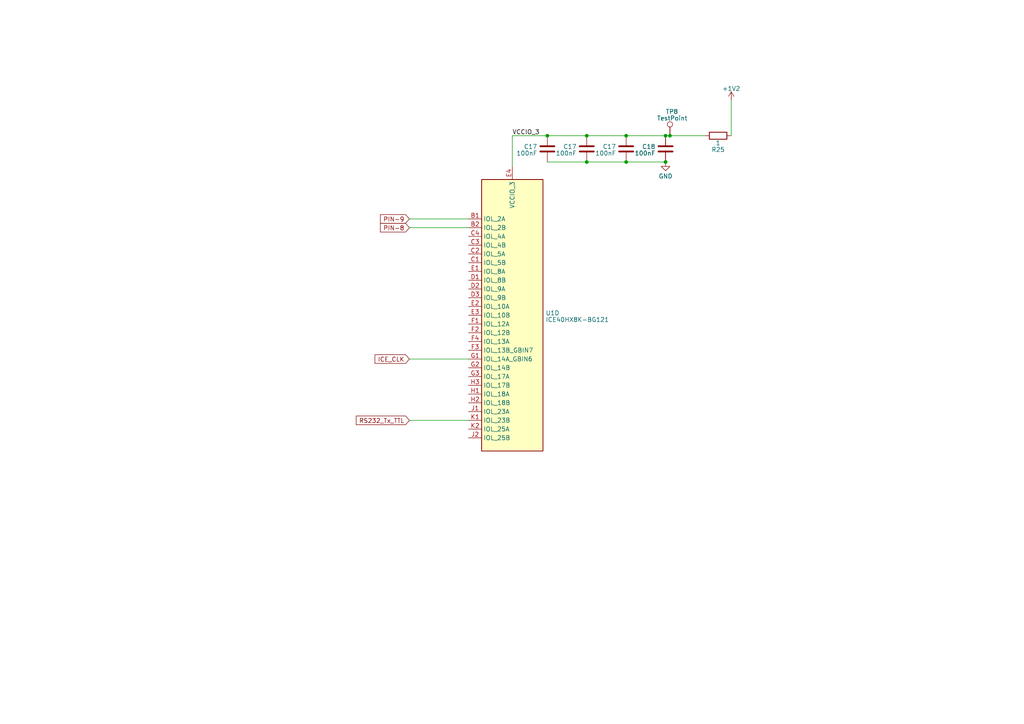
<source format=kicad_sch>
(kicad_sch (version 20230121) (generator eeschema)
  (paper "A4")
  (title_block (date "2023-04-22") (rev "V0.1"))
  (lib_symbols
    (symbol "Connector:TestPoint" (pin_numbers hide) (pin_names (offset 0.762) hide)
      (property "Reference" "TP" (at 0 6.858 0))
      (property "Value" "TestPoint" (at 0 5.08 0))
      (symbol "TestPoint_0_1"
        (circle (center 0 3.302) (radius 0.762))
      )
      (symbol "TestPoint_1_1"
        (pin passive line (at 0 0 90) (length 2.54) (name "1") (number "1"))
      )
    )
    (symbol "Device:C" (pin_numbers hide) (pin_names (offset 0.254))
      (property "Reference" "C" (at 0.635 2.54 0))
      (property "Value" "C" (at 0.635 -2.54 0))
      (symbol "C_0_1"
        (polyline (pts (xy -2.032 -0.762) (xy 2.032 -0.762)) (stroke (width 0.508)))
        (polyline (pts (xy -2.032 0.762) (xy 2.032 0.762)) (stroke (width 0.508)))
      )
      (symbol "C_1_1"
        (pin passive line (at 0 3.81 270) (length 2.794) (name "~") (number "1"))
        (pin passive line (at 0 -3.81 90) (length 2.794) (name "~") (number "2"))
      )
    )
    (symbol "Device:R" (pin_numbers hide) (pin_names (offset 0))
      (property "Reference" "R" (at 2.032 0 90))
      (property "Value" "R" (at 0 0 90))
      (symbol "R_0_1"
        (rectangle (start -1.016 -2.54) (end 1.016 2.54) (stroke (width 0.254)))
      )
      (symbol "R_1_1"
        (pin passive line (at 0 3.81 270) (length 1.27) (name "~") (number "1"))
        (pin passive line (at 0 -3.81 90) (length 1.27) (name "~") (number "2"))
      )
    )
    (symbol "FPGA_Lattice:ICE40HX8K-BG121"
      (property "Reference" "U" (at 2.54 44.45 0))
      (property "Value" "ICE40HX8K-BG121" (at 10.16 41.91 0))
      (symbol "ICE40HX8K-BG121_1_1"
        (rectangle (start -8.89 31.75) (end 8.89 -38.1) (stroke (width 0.254)) (fill (type background)))
        (pin bidirectional line (at -12.7 -35.56 0) (length 3.81) (name "IOT_225") (number "A1"))
        (pin bidirectional line (at -12.7 17.78 0) (length 3.81) (name "IOT_170") (number "A10"))
        (pin bidirectional line (at -12.7 20.32 0) (length 3.81) (name "IOT_168") (number "A11"))
        (pin bidirectional line (at -12.7 -30.48 0) (length 3.81) (name "IOT_222") (number "A2"))
        (pin bidirectional line (at -12.7 -33.02 0) (length 3.81) (name "IOT_223") (number "A3"))
        (pin bidirectional line (at -12.7 -20.32 0) (length 3.81) (name "IOT_211") (number "A4"))
        (pin bidirectional line (at -12.7 -15.24 0) (length 3.81) (name "IOT_207") (number "A5"))
        (pin bidirectional line (at -12.7 -12.7 0) (length 3.81) (name "IOT_206") (number "A6"))
        (pin bidirectional line (at -12.7 -5.08 0) (length 3.81) (name "IOT_192") (number "A7"))
        (pin bidirectional line (at -12.7 0 0) (length 3.81) (name "IOT_190") (number "A8"))
        (pin bidirectional line (at -12.7 7.62 0) (length 3.81) (name "IOT_178") (number "A9"))
        (pin bidirectional line (at -12.7 -27.94 0) (length 3.81) (name "IOT_221") (number "B3"))
        (pin bidirectional line (at -12.7 -25.4 0) (length 3.81) (name "IOT_219") (number "B4"))
        (pin bidirectional line (at -12.7 -17.78 0) (length 3.81) (name "IOT_208") (number "B5"))
        (pin bidirectional line (at -12.7 -10.16 0) (length 3.81) (name "IOT_198_GBIN0") (number "B6"))
        (pin bidirectional line (at -12.7 -7.62 0) (length 3.81) (name "IOT_197_GBIN1") (number "B7"))
        (pin bidirectional line (at -12.7 10.16 0) (length 3.81) (name "IOT_177") (number "B8"))
        (pin bidirectional line (at -12.7 12.7 0) (length 3.81) (name "IOT_174") (number "B9"))
        (pin bidirectional line (at -12.7 -2.54 0) (length 3.81) (name "IOT_191") (number "C7"))
        (pin bidirectional line (at -12.7 5.08 0) (length 3.81) (name "IOT_179") (number "C8"))
        (pin bidirectional line (at -12.7 15.24 0) (length 3.81) (name "IOT_172") (number "C9"))
        (pin bidirectional line (at -12.7 -22.86 0) (length 3.81) (name "IOT_212") (number "D5"))
        (pin power_in line (at 0 35.56 270) (length 3.81) (name "VCCIO_0") (number "D6"))
        (pin bidirectional line (at -12.7 2.54 0) (length 3.81) (name "IOT_181") (number "D7"))
      )
      (symbol "ICE40HX8K-BG121_2_1"
        (rectangle (start -8.89 31.75) (end 8.89 -33.02) (stroke (width 0.254)) (fill (type background)))
        (pin bidirectional line (at -12.7 -30.48 0) (length 3.81) (name "IOR_161") (number "B11"))
        (pin bidirectional line (at -12.7 -27.94 0) (length 3.81) (name "IOR_160") (number "C11"))
        (pin bidirectional line (at -12.7 -25.4 0) (length 3.81) (name "IOR_154") (number "D10"))
        (pin bidirectional line (at -12.7 -22.86 0) (length 3.81) (name "IOR_152") (number "D11"))
        (pin bidirectional line (at -12.7 -17.78 0) (length 3.81) (name "IOR_147") (number "D9"))
        (pin bidirectional line (at -12.7 -10.16 0) (length 3.81) (name "IOR_141_GBIN2") (number "E10"))
        (pin bidirectional line (at -12.7 -20.32 0) (length 3.81) (name "IOR_148") (number "E11"))
        (pin bidirectional line (at -12.7 -15.24 0) (length 3.81) (name "IOR_146") (number "E8"))
        (pin bidirectional line (at -12.7 -12.7 0) (length 3.81) (name "IOR_144") (number "E9"))
        (pin bidirectional line (at -12.7 -2.54 0) (length 3.81) (name "IOR_136") (number "F10"))
        (pin bidirectional line (at -12.7 -7.62 0) (length 3.81) (name "IOR_140_GBIN3") (number "F11"))
        (pin power_in line (at 0 35.56 270) (length 3.81) (name "VCCIO_1") (number "F8"))
        (pin bidirectional line (at -12.7 -5.08 0) (length 3.81) (name "IOR_137") (number "F9"))
        (pin bidirectional line (at -12.7 5.08 0) (length 3.81) (name "IOR_120") (number "G10"))
        (pin bidirectional line (at -12.7 0 0) (length 3.81) (name "IOR_129") (number "G11"))
        (pin bidirectional line (at -12.7 10.16 0) (length 3.81) (name "IOR_118") (number "G8"))
        (pin bidirectional line (at -12.7 2.54 0) (length 3.81) (name "IOR_128") (number "G9"))
        (pin bidirectional line (at -12.7 15.24 0) (length 3.81) (name "IOR_116") (number "H10"))
        (pin bidirectional line (at -12.7 7.62 0) (length 3.81) (name "IOR_119") (number "H11"))
        (pin bidirectional line (at -12.7 12.7 0) (length 3.81) (name "IOR_117") (number "J10"))
        (pin bidirectional line (at -12.7 20.32 0) (length 3.81) (name "IOR_114") (number "J11"))
        (pin bidirectional line (at -12.7 17.78 0) (length 3.81) (name "IOR_115") (number "K11"))
      )
      (symbol "ICE40HX8K-BG121_3_1"
        (rectangle (start -11.43 29.21) (end 11.43 -31.75) (stroke (width 0.254)) (fill (type background)))
        (pin power_in line (at 0 33.02 270) (length 3.81) (name "VCCIO_2") (number "H6"))
        (pin bidirectional line (at -15.24 -15.24 0) (length 3.81) (name "IOB_87") (number "H7"))
        (pin bidirectional line (at -15.24 -27.94 0) (length 3.81) (name "IOB_104_CBSEL1") (number "H9"))
        (pin bidirectional line (at -15.24 15.24 0) (length 3.81) (name "IOB_57") (number "J3"))
        (pin bidirectional line (at -15.24 7.62 0) (length 3.81) (name "IOB_64") (number "J4"))
        (pin bidirectional line (at -15.24 -2.54 0) (length 3.81) (name "IOB_78") (number "J5"))
        (pin bidirectional line (at -15.24 -12.7 0) (length 3.81) (name "IOB_86") (number "J7"))
        (pin bidirectional line (at -15.24 -20.32 0) (length 3.81) (name "IOB_91") (number "J8"))
        (pin bidirectional line (at -15.24 10.16 0) (length 3.81) (name "IOB_63") (number "K3"))
        (pin bidirectional line (at -15.24 0 0) (length 3.81) (name "IOB_73") (number "K4"))
        (pin bidirectional line (at -15.24 -5.08 0) (length 3.81) (name "IOB_79") (number "K5"))
        (pin bidirectional line (at -15.24 -10.16 0) (length 3.81) (name "IOB_82_GBIN4") (number "K6"))
        (pin bidirectional line (at -15.24 -17.78 0) (length 3.81) (name "IOB_89") (number "K7"))
        (pin open_collector line (at 15.24 25.4 180) (length 3.81) (name "CDONE") (number "K8"))
        (pin bidirectional line (at -15.24 17.78 0) (length 3.81) (name "IOB_56") (number "L1"))
        (pin bidirectional line (at -15.24 12.7 0) (length 3.81) (name "IOB_61") (number "L2"))
        (pin bidirectional line (at -15.24 5.08 0) (length 3.81) (name "IOB_71") (number "L3"))
        (pin bidirectional line (at -15.24 2.54 0) (length 3.81) (name "IOB_72") (number "L4"))
        (pin bidirectional line (at -15.24 -7.62 0) (length 3.81) (name "IOB_81_GBIN5") (number "L5"))
        (pin bidirectional line (at -15.24 -22.86 0) (length 3.81) (name "IOB_94") (number "L7"))
        (pin bidirectional line (at -15.24 -25.4 0) (length 3.81) (name "IOB_103_CBSEL0") (number "L8"))
        (pin input line (at -15.24 25.4 0) (length 3.81) (name "~{CRESET}") (number "L9"))
      )
      (symbol "ICE40HX8K-BG121_4_1"
        (rectangle (start -8.89 39.37) (end 8.89 -39.37) (stroke (width 0.254)) (fill (type background)))
        (pin bidirectional line (at -12.7 27.94 0) (length 3.81) (name "IOL_2A") (number "B1"))
        (pin bidirectional line (at -12.7 25.4 0) (length 3.81) (name "IOL_2B") (number "B2"))
        (pin bidirectional line (at -12.7 15.24 0) (length 3.81) (name "IOL_5B") (number "C1"))
        (pin bidirectional line (at -12.7 17.78 0) (length 3.81) (name "IOL_5A") (number "C2"))
        (pin bidirectional line (at -12.7 20.32 0) (length 3.81) (name "IOL_4B") (number "C3"))
        (pin bidirectional line (at -12.7 22.86 0) (length 3.81) (name "IOL_4A") (number "C4"))
        (pin bidirectional line (at -12.7 10.16 0) (length 3.81) (name "IOL_8B") (number "D1"))
        (pin bidirectional line (at -12.7 7.62 0) (length 3.81) (name "IOL_9A") (number "D2"))
        (pin bidirectional line (at -12.7 5.08 0) (length 3.81) (name "IOL_9B") (number "D3"))
        (pin bidirectional line (at -12.7 12.7 0) (length 3.81) (name "IOL_8A") (number "E1"))
        (pin bidirectional line (at -12.7 2.54 0) (length 3.81) (name "IOL_10A") (number "E2"))
        (pin bidirectional line (at -12.7 0 0) (length 3.81) (name "IOL_10B") (number "E3"))
        (pin power_in line (at 0 43.18 270) (length 3.81) (name "VCCIO_3") (number "E4"))
        (pin bidirectional line (at -12.7 -2.54 0) (length 3.81) (name "IOL_12A") (number "F1"))
        (pin bidirectional line (at -12.7 -5.08 0) (length 3.81) (name "IOL_12B") (number "F2"))
        (pin bidirectional line (at -12.7 -10.16 0) (length 3.81) (name "IOL_13B_GBIN7") (number "F3"))
        (pin bidirectional line (at -12.7 -7.62 0) (length 3.81) (name "IOL_13A") (number "F4"))
        (pin bidirectional line (at -12.7 -12.7 0) (length 3.81) (name "IOL_14A_GBIN6") (number "G1"))
        (pin bidirectional line (at -12.7 -15.24 0) (length 3.81) (name "IOL_14B") (number "G2"))
        (pin bidirectional line (at -12.7 -17.78 0) (length 3.81) (name "IOL_17A") (number "G3"))
        (pin passive line (at 0 43.18 270) (length 3.81) hide (name "VCCIO_3") (number "G4"))
        (pin bidirectional line (at -12.7 -22.86 0) (length 3.81) (name "IOL_18A") (number "H1"))
        (pin bidirectional line (at -12.7 -25.4 0) (length 3.81) (name "IOL_18B") (number "H2"))
        (pin bidirectional line (at -12.7 -20.32 0) (length 3.81) (name "IOL_17B") (number "H3"))
        (pin bidirectional line (at -12.7 -27.94 0) (length 3.81) (name "IOL_23A") (number "J1"))
        (pin bidirectional line (at -12.7 -35.56 0) (length 3.81) (name "IOL_25B") (number "J2"))
        (pin bidirectional line (at -12.7 -30.48 0) (length 3.81) (name "IOL_23B") (number "K1"))
        (pin bidirectional line (at -12.7 -33.02 0) (length 3.81) (name "IOL_25A") (number "K2"))
      )
      (symbol "ICE40HX8K-BG121_5_1"
        (rectangle (start -11.43 13.97) (end 11.43 -13.97) (stroke (width 0.254)) (fill (type background)))
        (pin power_in line (at -2.54 17.78 270) (length 3.81) (name "VPP_FAST") (number "B10"))
        (pin power_in line (at 0 17.78 270) (length 3.81) (name "VPP_2V5") (number "C10"))
        (pin power_in line (at 15.24 -10.16 180) (length 3.81) (name "GNDPLL1") (number "C5"))
        (pin power_in line (at 15.24 -2.54 180) (length 3.81) (name "VCCPLL1") (number "C6"))
        (pin passive line (at 2.54 17.78 270) (length 3.81) hide (name "VCC") (number "D4"))
        (pin power_in line (at 2.54 17.78 270) (length 3.81) (name "VCC") (number "D8"))
        (pin power_in line (at -7.62 -17.78 90) (length 3.81) (name "GND") (number "E5"))
        (pin passive line (at -7.62 -17.78 90) (length 3.81) hide (name "GND") (number "E6"))
        (pin passive line (at -7.62 -17.78 90) (length 3.81) hide (name "GND") (number "E7"))
        (pin passive line (at -7.62 -17.78 90) (length 3.81) hide (name "GND") (number "F5"))
        (pin passive line (at -7.62 -17.78 90) (length 3.81) hide (name "GND") (number "F6"))
        (pin passive line (at -7.62 -17.78 90) (length 3.81) hide (name "GND") (number "F7"))
        (pin passive line (at -7.62 -17.78 90) (length 3.81) hide (name "GND") (number "G5"))
        (pin passive line (at -7.62 -17.78 90) (length 3.81) hide (name "GND") (number "G6"))
        (pin passive line (at -7.62 -17.78 90) (length 3.81) hide (name "GND") (number "G7"))
        (pin passive line (at 2.54 17.78 270) (length 3.81) hide (name "VCC") (number "H4"))
        (pin passive line (at -7.62 -17.78 90) (length 3.81) hide (name "GND") (number "H5"))
        (pin passive line (at 2.54 17.78 270) (length 3.81) hide (name "VCC") (number "H8"))
        (pin power_in line (at 15.24 7.62 180) (length 3.81) (name "VCCPLL0") (number "J6"))
        (pin bidirectional line (at -15.24 0 0) (length 3.81) (name "IOB_106_SDI") (number "J9"))
        (pin bidirectional line (at -15.24 -5.08 0) (length 3.81) (name "IOB_108_SS") (number "K10"))
        (pin bidirectional line (at -15.24 2.54 0) (length 3.81) (name "IOB_105_SDO") (number "K9"))
        (pin bidirectional line (at -15.24 -2.54 0) (length 3.81) (name "IOB_107_SCK") (number "L10"))
        (pin power_in line (at -7.62 17.78 270) (length 3.81) (name "VCC_SPI") (number "L11"))
        (pin power_in line (at 15.24 0 180) (length 3.81) (name "GNDPLL0") (number "L6"))
      )
    )
    (symbol "power:+1V2" (power) (pin_names (offset 0))
      (property "Value" "+1V2" (at 0 3.556 0))
      (symbol "+1V2_0_1"
        (polyline (pts (xy -0.762 1.27) (xy 0 2.54)))
        (polyline (pts (xy 0 0) (xy 0 2.54)))
        (polyline (pts (xy 0 2.54) (xy 0.762 1.27)))
      )
      (symbol "+1V2_1_1"
        (pin power_in line (at 0 0 90) (length 0) hide (name "+1V2") (number "1"))
      )
    )
    (symbol "power:GND" (power) (pin_names (offset 0))
      (property "Value" "GND" (at 0 -3.81 0))
      (symbol "GND_0_1"
        (polyline (pts (xy 0 0) (xy 0 -1.27) (xy 1.27 -1.27) (xy 0 -2.54) (xy -1.27 -1.27) (xy 0 -1.27)))
      )
      (symbol "GND_1_1"
        (pin power_in line (at 0 0 270) (length 0) hide (name "GND") (number "1"))
      )
    )
  )
  (junction (at 193.04 39.37))
  (junction (at 193.04 46.99))
  (junction (at 158.75 39.37))
  (junction (at 181.61 46.99))
  (junction (at 194.31 39.37))
  (junction (at 181.61 39.37))
  (junction (at 170.18 46.99))
  (junction (at 170.18 39.37))
  (wire (pts (xy 194.31 39.37) (xy 204.47 39.37)))
  (wire (pts (xy 170.18 46.99) (xy 158.75 46.99)))
  (wire (pts (xy 118.745 63.5) (xy 135.89 63.5)))
  (wire (pts (xy 118.745 104.14) (xy 135.89 104.14)))
  (wire (pts (xy 212.09 29.21) (xy 212.09 39.37)))
  (wire (pts (xy 181.61 46.99) (xy 170.18 46.99)))
  (wire (pts (xy 181.61 39.37) (xy 170.18 39.37)))
  (wire (pts (xy 158.75 39.37) (xy 148.59 39.37)))
  (wire (pts (xy 181.61 46.99) (xy 193.04 46.99)))
  (wire (pts (xy 170.18 39.37) (xy 158.75 39.37)))
  (wire (pts (xy 194.31 39.37) (xy 193.04 39.37)))
  (wire (pts (xy 118.745 121.92) (xy 135.89 121.92)))
  (wire (pts (xy 118.745 66.04) (xy 135.89 66.04)))
  (wire (pts (xy 181.61 39.37) (xy 193.04 39.37)))
  (wire (pts (xy 148.59 39.37) (xy 148.59 48.26)))
  (label "VCCIO_3" (at 148.59 39.37 0))
  (global_label "PIN-8" (shape input) (at 118.745 66.04 180) (property "Intersheetrefs" "${INTERSHEET_REFS}" (effects hide)))
  (global_label "ICE_CLK" (shape input) (at 118.745 104.14 180) (property "Intersheetrefs" "${INTERSHEET_REFS}" (effects hide)))
  (global_label "RS232_Tx_TTL" (shape input) (at 118.745 121.92 180) (property "Intersheetrefs" "${INTERSHEET_REFS}" (effects hide)))
  (global_label "PIN-9" (shape input) (at 118.745 63.5 180) (property "Intersheetrefs" "${INTERSHEET_REFS}" (effects hide)))
  (symbol (lib_id "Device:C") (at 181.61 43.18 0) (mirror y) (unit 1)
    (property "Reference" "C17" (at 178.689 42.5363 0) (effects (justify left)))
    (property "Value" "100nF" (at 178.689 44.4573 0) (effects (justify left)))
    (instances (project "UFO-FPGA" (path "" (reference "C17") (unit 1)) (path "" (reference "C22") (unit 1)) (path "" (reference "C27") (unit 1)) (path "" (reference "C35") (unit 1))))
  )
  (symbol (lib_id "Device:C") (at 193.04 43.18 0) (mirror y) (unit 1)
    (property "Reference" "C18" (at 190.119 42.5363 0) (effects (justify left)))
    (property "Value" "100nF" (at 190.119 44.4573 0) (effects (justify left)))
    (instances (project "UFO-FPGA" (path "" (reference "C18") (unit 1)) (path "" (reference "C21") (unit 1)) (path "" (reference "C28") (unit 1)) (path "" (reference "C36") (unit 1))))
  )
  (symbol (lib_id "power:GND") (at 193.04 46.99 0) (unit 1)
    (property "Reference" "#PWR0104" (effects hide))
    (property "Value" "GND" (at 193.04 51.1255 0))
  )
  (symbol (lib_id "power:+1V2") (at 212.09 29.21 0) (unit 1)
    (property "Reference" "#PWR024" (effects hide))
    (property "Value" "+1V2" (at 212.09 25.7081 0))
    (instances (project "UFO-FPGA" (path "" (reference "#PWR024") (unit 1)) (path "" (reference "#PWR027") (unit 1)) (path "" (reference "#PWR029") (unit 1)) (path "" (reference "#PWR036") (unit 1)) (path "" (reference "#PWR028") (unit 1))))
  )
  (symbol (lib_id "Connector:TestPoint") (at 194.31 39.37 0) (unit 1)
    (property "Reference" "TP8" (at 193.04 32.385 0) (effects (justify left)))
    (property "Value" "TestPoint" (at 190.5 34.29 0) (effects (justify left)))
    (instances (project "UFO-FPGA" (path "" (reference "TP8") (unit 1)) (path "" (reference "TP5") (unit 1)) (path "" (reference "TP9") (unit 1)) (path "" (reference "TP11") (unit 1))))
  )
  (symbol (lib_id "FPGA_Lattice:ICE40HX8K-BG121") (at 148.59 91.44 0) (unit 4)
    (property "Reference" "U1" (at 158.242 90.7963 0) (effects (justify left)))
    (property "Value" "ICE40HX8K-BG121" (at 158.242 92.7173 0) (effects (justify left)))
    (property "Footprint" "Package_BGA:BGA-121_9.0x9.0mm_Layout11x11_P0.8mm_Ball0.4mm_Pad0.35mm_NSMD" (effects hide))
    (property "Datasheet" "http://www.latticesemi.com/Products/FPGAandCPLD/iCE40" (effects hide))
  )
  (symbol (lib_id "Device:R") (at 208.28 39.37 270) (unit 1)
    (property "Reference" "R25" (at 208.28 43.3959 90))
    (property "Value" "1" (at 208.28 41.4749 90))
    (instances (project "UFO-FPGA" (path "" (reference "R25") (unit 1)) (path "" (reference "R28") (unit 1)) (path "" (reference "R30") (unit 1)) (path "" (reference "R32") (unit 1))))
  )
  (symbol (lib_id "Device:C") (at 170.18 43.18 0) (mirror y) (unit 1)
    (property "Reference" "C17" (at 167.259 42.5363 0) (effects (justify left)))
    (property "Value" "100nF" (at 167.259 44.4573 0) (effects (justify left)))
    (instances (project "UFO-FPGA" (path "" (reference "C17") (unit 1)) (path "" (reference "C23") (unit 1)) (path "" (reference "C26") (unit 1)) (path "" (reference "C34") (unit 1))))
  )
  (symbol (lib_id "Device:C") (at 158.75 43.18 0) (mirror y) (unit 1)
    (property "Reference" "C17" (at 155.829 42.5363 0) (effects (justify left)))
    (property "Value" "100nF" (at 155.829 44.4573 0) (effects (justify left)))
    (instances (project "UFO-FPGA" (path "" (reference "C17") (unit 1)) (path "" (reference "C24") (unit 1)) (path "" (reference "C25") (unit 1)) (path "" (reference "C33") (unit 1))))
  )
)
</source>
